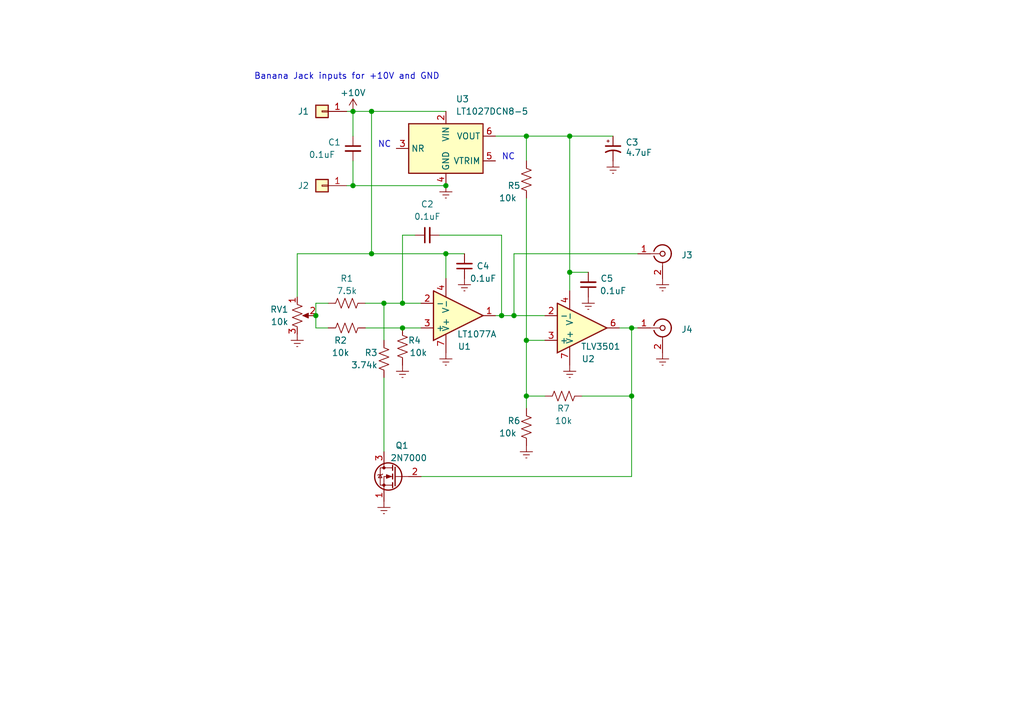
<source format=kicad_sch>
(kicad_sch (version 20211123) (generator eeschema)
  (paper "A5")
  (title_block (title "AOE Precision VCO") (date "2022-06-06") (company "Gempillar LLC"))
  (lib_symbols
    (symbol "Connector:Conn_Coaxial" (pin_names (offset 1.016) hide)
      (property "Reference" "J" (at 0.254 3.048 0))
      (property "Value" "Conn_Coaxial" (at 2.921 0 90))
      (symbol "Conn_Coaxial_0_1"
        (arc (start -1.778 -0.508) (mid 0.2311 -1.8066) (end 1.778 0) (stroke (width 0.254)))
        (polyline (pts (xy -2.54 0) (xy -0.508 0)))
        (polyline (pts (xy 0 -2.54) (xy 0 -1.778)))
        (circle (center 0 0) (radius 0.508) (stroke (width 0.2032)))
        (arc (start 1.778 0) (mid 0.2099 1.8101) (end -1.778 0.508) (stroke (width 0.254)))
      )
      (symbol "Conn_Coaxial_1_1"
        (pin passive line (at -5.08 0 0) (length 2.54) (name "In") (number "1"))
        (pin passive line (at 0 -5.08 90) (length 2.54) (name "Ext") (number "2"))
      )
    )
    (symbol "Connector_Generic:Conn_01x01" (pin_names (offset 1.016) hide)
      (property "Reference" "J" (at 0 2.54 0))
      (property "Value" "Conn_01x01" (at 0 -2.54 0))
      (symbol "Conn_01x01_1_1"
        (rectangle (start -1.27 0.127) (end 0 -0.127) (stroke (width 0.1524)))
        (rectangle (start -1.27 1.27) (end 1.27 -1.27) (stroke (width 0.254)) (fill (type background)))
        (pin passive line (at -5.08 0 0) (length 3.81) (name "Pin_1") (number "1"))
      )
    )
    (symbol "Device:C_Polarized_Small_US" (pin_numbers hide) (pin_names (offset 0.254) hide)
      (property "Reference" "C" (at 0.254 1.778 0))
      (property "Value" "C_Polarized_Small_US" (at 0.254 -2.032 0))
      (symbol "C_Polarized_Small_US_0_1"
        (polyline (pts (xy -1.524 0.508) (xy 1.524 0.508)) (stroke (width 0.3048)))
        (polyline (pts (xy -1.27 1.524) (xy -0.762 1.524)))
        (polyline (pts (xy -1.016 1.27) (xy -1.016 1.778)))
        (arc (start 1.524 -0.762) (mid 0 -0.3734) (end -1.524 -0.762) (stroke (width 0.3048)))
      )
      (symbol "C_Polarized_Small_US_1_1"
        (pin passive line (at 0 2.54 270) (length 2.032) (name "~") (number "1"))
        (pin passive line (at 0 -2.54 90) (length 2.032) (name "~") (number "2"))
      )
    )
    (symbol "Device:C_Small" (pin_numbers hide) (pin_names (offset 0.254) hide)
      (property "Reference" "C" (at 0.254 1.778 0))
      (property "Value" "C_Small" (at 0.254 -2.032 0))
      (symbol "C_Small_0_1"
        (polyline (pts (xy -1.524 -0.508) (xy 1.524 -0.508)) (stroke (width 0.3302)))
        (polyline (pts (xy -1.524 0.508) (xy 1.524 0.508)) (stroke (width 0.3048)))
      )
      (symbol "C_Small_1_1"
        (pin passive line (at 0 2.54 270) (length 2.032) (name "~") (number "1"))
        (pin passive line (at 0 -2.54 90) (length 2.032) (name "~") (number "2"))
      )
    )
    (symbol "Device:R_Potentiometer_US" (pin_names (offset 1.016) hide)
      (property "Reference" "RV" (at -4.445 0 90))
      (property "Value" "R_Potentiometer_US" (at -2.54 0 90))
      (symbol "R_Potentiometer_US_0_1"
        (polyline (pts (xy 0 -2.286) (xy 0 -2.54)))
        (polyline (pts (xy 0 2.54) (xy 0 2.286)))
        (polyline (pts (xy 2.54 0) (xy 1.524 0)))
        (polyline (pts (xy 1.143 0) (xy 2.286 0.508) (xy 2.286 -0.508) (xy 1.143 0)) (fill (type outline)))
        (polyline (pts (xy 0 -0.762) (xy 1.016 -1.143) (xy 0 -1.524) (xy -1.016 -1.905) (xy 0 -2.286)))
        (polyline (pts (xy 0 0.762) (xy 1.016 0.381) (xy 0 0) (xy -1.016 -0.381) (xy 0 -0.762)))
        (polyline (pts (xy 0 2.286) (xy 1.016 1.905) (xy 0 1.524) (xy -1.016 1.143) (xy 0 0.762)))
      )
      (symbol "R_Potentiometer_US_1_1"
        (pin passive line (at 0 3.81 270) (length 1.27) (name "1") (number "1"))
        (pin passive line (at 3.81 0 180) (length 1.27) (name "2") (number "2"))
        (pin passive line (at 0 -3.81 90) (length 1.27) (name "3") (number "3"))
      )
    )
    (symbol "Device:R_US" (pin_numbers hide) (pin_names (offset 0))
      (property "Reference" "R" (at 2.54 0 90))
      (property "Value" "R_US" (at -2.54 0 90))
      (symbol "R_US_0_1"
        (polyline (pts (xy 0 -2.286) (xy 0 -2.54)))
        (polyline (pts (xy 0 2.286) (xy 0 2.54)))
        (polyline (pts (xy 0 -0.762) (xy 1.016 -1.143) (xy 0 -1.524) (xy -1.016 -1.905) (xy 0 -2.286)))
        (polyline (pts (xy 0 0.762) (xy 1.016 0.381) (xy 0 0) (xy -1.016 -0.381) (xy 0 -0.762)))
        (polyline (pts (xy 0 2.286) (xy 1.016 1.905) (xy 0 1.524) (xy -1.016 1.143) (xy 0 0.762)))
      )
      (symbol "R_US_1_1"
        (pin passive line (at 0 3.81 270) (length 1.27) (name "~") (number "1"))
        (pin passive line (at 0 -3.81 90) (length 1.27) (name "~") (number "2"))
      )
    )
    (symbol "New_Library:LT1027DCN8-5"
      (property "Reference" "U" (at 3.81 8.89 0))
      (property "Value" "LT1027DCN8-5" (at 10.16 6.35 0))
      (symbol "LT1027DCN8-5_1_1"
        (rectangle (start -7.62 5.08) (end 7.62 -5.08) (stroke (width 0.254)) (fill (type background)))
        (pin no_connect line (at 7.62 -2.54 180) (length 2.54) hide (name "DNC") (number "1"))
        (pin power_in line (at 0 7.62 270) (length 2.54) (name "VIN") (number "2"))
        (pin input line (at -10.16 0 0) (length 2.54) (name "NR") (number "3"))
        (pin power_in line (at 0 -7.62 90) (length 2.54) (name "GND") (number "4"))
        (pin no_connect line (at -7.62 -2.54 0) (length 2.54) hide (name "DNC") (number "5"))
        (pin power_out line (at 10.16 -2.54 180) (length 2.54) (name "VTRIM") (number "5"))
        (pin power_out line (at 10.16 2.54 180) (length 2.54) (name "VOUT") (number "6"))
        (pin no_connect line (at -7.62 2.54 0) (length 2.54) hide (name "DNC") (number "7"))
        (pin no_connect line (at 7.62 2.54 180) (length 2.54) hide (name "DNC") (number "8"))
      )
    )
    (symbol "New_Library:LT1077A"
      (property "Reference" "U" (at 7.62 6.35 0))
      (property "Value" "LT1077A" (at 7.62 3.81 0))
      (symbol "LT1077A_0_1"
        (polyline (pts (xy -3.81 5.08) (xy 6.35 0) (xy -3.81 -5.08) (xy -3.81 5.08)) (stroke (width 0.254)) (fill (type background)))
        (pin power_in line (at -1.27 -7.62 90) (length 3.81) (name "V-") (number "4"))
        (pin power_in line (at -1.27 7.62 270) (length 3.81) (name "V+") (number "7"))
      )
      (symbol "LT1077A_1_1"
        (pin output line (at 8.89 0 180) (length 2.54) (name "~") (number "1"))
        (pin input line (at -6.35 -2.54 0) (length 2.54) (name "-") (number "2"))
        (pin input line (at -6.35 2.54 0) (length 2.54) (name "+") (number "3"))
      )
    )
    (symbol "New_Library:TLV3501"
      (property "Reference" "U" (at 3.81 6.35 0))
      (property "Value" "TLV3501" (at 6.35 3.81 0))
      (symbol "TLV3501_0_1"
        (polyline (pts (xy -2.54 5.08) (xy 7.62 0) (xy -2.54 -5.08) (xy -2.54 5.08)) (stroke (width 0.254)) (fill (type background)))
        (pin power_in line (at 0 -7.62 90) (length 3.81) (name "V-") (number "4"))
        (pin power_in line (at 0 7.62 270) (length 3.81) (name "V+") (number "7"))
      )
      (symbol "TLV3501_1_1"
        (pin input line (at -5.08 -2.54 0) (length 2.54) (name "-") (number "2"))
        (pin input line (at -5.08 2.54 0) (length 2.54) (name "+") (number "3"))
        (pin output line (at 10.16 0 180) (length 2.54) (name "~") (number "6"))
      )
    )
    (symbol "Transistor_FET:2N7000" (pin_names hide)
      (property "Reference" "Q" (at 5.08 1.905 0))
      (property "Value" "2N7000" (at 5.08 0 0))
      (symbol "2N7000_0_1"
        (polyline (pts (xy 0.254 0) (xy -2.54 0)))
        (polyline (pts (xy 0.254 1.905) (xy 0.254 -1.905)) (stroke (width 0.254)))
        (polyline (pts (xy 0.762 -1.27) (xy 0.762 -2.286)) (stroke (width 0.254)))
        (polyline (pts (xy 0.762 0.508) (xy 0.762 -0.508)) (stroke (width 0.254)))
        (polyline (pts (xy 0.762 2.286) (xy 0.762 1.27)) (stroke (width 0.254)))
        (polyline (pts (xy 2.54 2.54) (xy 2.54 1.778)))
        (polyline (pts (xy 2.54 -2.54) (xy 2.54 0) (xy 0.762 0)))
        (polyline (pts (xy 0.762 -1.778) (xy 3.302 -1.778) (xy 3.302 1.778) (xy 0.762 1.778)))
        (polyline (pts (xy 1.016 0) (xy 2.032 0.381) (xy 2.032 -0.381) (xy 1.016 0)) (fill (type outline)))
        (polyline (pts (xy 2.794 0.508) (xy 2.921 0.381) (xy 3.683 0.381) (xy 3.81 0.254)))
        (polyline (pts (xy 3.302 0.381) (xy 2.921 -0.254) (xy 3.683 -0.254) (xy 3.302 0.381)))
        (circle (center 1.651 0) (radius 2.794) (stroke (width 0.254)))
        (circle (center 2.54 -1.778) (radius 0.254) (fill (type outline)))
        (circle (center 2.54 1.778) (radius 0.254) (fill (type outline)))
      )
      (symbol "2N7000_1_1"
        (pin passive line (at 2.54 -5.08 90) (length 2.54) (name "S") (number "1"))
        (pin input line (at -5.08 0 0) (length 2.54) (name "G") (number "2"))
        (pin passive line (at 2.54 5.08 270) (length 2.54) (name "D") (number "3"))
      )
    )
    (symbol "power:+10V" (power) (pin_names (offset 0))
      (property "Value" "+10V" (at 0 3.556 0))
      (symbol "+10V_0_1"
        (polyline (pts (xy -0.762 1.27) (xy 0 2.54)))
        (polyline (pts (xy 0 0) (xy 0 2.54)))
        (polyline (pts (xy 0 2.54) (xy 0.762 1.27)))
      )
      (symbol "+10V_1_1"
        (pin power_in line (at 0 0 90) (length 0) hide (name "+10V") (number "1"))
      )
    )
    (symbol "power:GNDREF" (power) (pin_names (offset 0))
      (property "Value" "GNDREF" (at 0 -3.81 0))
      (symbol "GNDREF_0_1"
        (polyline (pts (xy -0.635 -1.905) (xy 0.635 -1.905)))
        (polyline (pts (xy -0.127 -2.54) (xy 0.127 -2.54)))
        (polyline (pts (xy 0 -1.27) (xy 0 0)))
        (polyline (pts (xy 1.27 -1.27) (xy -1.27 -1.27)))
      )
      (symbol "GNDREF_1_1"
        (pin power_in line (at 0 0 270) (length 0) hide (name "GNDREF") (number "1"))
      )
    )
  )
  (junction (at 64.77 64.77))
  (junction (at 107.95 81.28))
  (junction (at 102.87 64.77))
  (junction (at 116.84 27.94))
  (junction (at 76.2 52.07))
  (junction (at 91.44 38.1))
  (junction (at 116.84 55.88))
  (junction (at 76.2 22.86))
  (junction (at 91.44 52.07))
  (junction (at 129.54 67.31))
  (junction (at 105.41 64.77))
  (junction (at 72.39 22.86))
  (junction (at 78.74 62.23))
  (junction (at 82.55 62.23))
  (junction (at 82.55 67.31))
  (junction (at 107.95 69.85))
  (junction (at 129.54 81.28))
  (junction (at 107.95 27.94))
  (junction (at 72.39 38.1))
  (wire (pts (xy 116.84 55.88) (xy 120.65 55.88)))
  (wire (pts (xy 60.96 52.07) (xy 60.96 60.96)))
  (wire (pts (xy 91.44 52.07) (xy 95.25 52.07)))
  (wire (pts (xy 74.93 67.31) (xy 82.55 67.31)))
  (wire (pts (xy 111.76 69.85) (xy 107.95 69.85)))
  (wire (pts (xy 129.54 81.28) (xy 129.54 97.79)))
  (wire (pts (xy 105.41 52.07) (xy 105.41 64.77)))
  (wire (pts (xy 60.96 52.07) (xy 76.2 52.07)))
  (wire (pts (xy 72.39 33.02) (xy 72.39 38.1)))
  (wire (pts (xy 91.44 52.07) (xy 91.44 57.15)))
  (wire (pts (xy 105.41 64.77) (xy 111.76 64.77)))
  (wire (pts (xy 72.39 22.86) (xy 76.2 22.86)))
  (wire (pts (xy 64.77 62.23) (xy 64.77 64.77)))
  (wire (pts (xy 129.54 81.28) (xy 119.38 81.28)))
  (wire (pts (xy 116.84 27.94) (xy 116.84 55.88)))
  (wire (pts (xy 102.87 48.26) (xy 102.87 64.77)))
  (wire (pts (xy 116.84 27.94) (xy 125.73 27.94)))
  (wire (pts (xy 82.55 62.23) (xy 86.36 62.23)))
  (wire (pts (xy 105.41 52.07) (xy 130.81 52.07)))
  (wire (pts (xy 72.39 22.86) (xy 72.39 27.94)))
  (wire (pts (xy 107.95 69.85) (xy 107.95 81.28)))
  (wire (pts (xy 78.74 62.23) (xy 82.55 62.23)))
  (wire (pts (xy 91.44 52.07) (xy 76.2 52.07)))
  (wire (pts (xy 129.54 67.31) (xy 130.81 67.31)))
  (wire (pts (xy 76.2 22.86) (xy 76.2 52.07)))
  (wire (pts (xy 129.54 67.31) (xy 129.54 81.28)))
  (wire (pts (xy 74.93 62.23) (xy 78.74 62.23)))
  (wire (pts (xy 116.84 55.88) (xy 116.84 59.69)))
  (wire (pts (xy 72.39 38.1) (xy 91.44 38.1)))
  (wire (pts (xy 76.2 22.86) (xy 91.44 22.86)))
  (wire (pts (xy 107.95 27.94) (xy 107.95 33.02)))
  (wire (pts (xy 78.74 62.23) (xy 78.74 69.85)))
  (wire (pts (xy 111.76 81.28) (xy 107.95 81.28)))
  (wire (pts (xy 82.55 67.31) (xy 86.36 67.31)))
  (wire (pts (xy 72.39 38.1) (xy 71.12 38.1)))
  (wire (pts (xy 72.39 22.86) (xy 71.12 22.86)))
  (wire (pts (xy 82.55 48.26) (xy 82.55 62.23)))
  (wire (pts (xy 101.6 64.77) (xy 102.87 64.77)))
  (wire (pts (xy 101.6 27.94) (xy 107.95 27.94)))
  (wire (pts (xy 64.77 67.31) (xy 64.77 64.77)))
  (wire (pts (xy 107.95 40.64) (xy 107.95 69.85)))
  (wire (pts (xy 127 67.31) (xy 129.54 67.31)))
  (wire (pts (xy 107.95 81.28) (xy 107.95 83.82)))
  (wire (pts (xy 102.87 64.77) (xy 105.41 64.77)))
  (wire (pts (xy 78.74 77.47) (xy 78.74 92.71)))
  (wire (pts (xy 85.09 48.26) (xy 82.55 48.26)))
  (wire (pts (xy 107.95 27.94) (xy 116.84 27.94)))
  (wire (pts (xy 90.17 48.26) (xy 102.87 48.26)))
  (wire (pts (xy 67.31 62.23) (xy 64.77 62.23)))
  (wire (pts (xy 129.54 97.79) (xy 86.36 97.79)))
  (wire (pts (xy 67.31 67.31) (xy 64.77 67.31)))
  (text "NC" (at 77.47 30.48 0) (effects (font (size 1.27 1.27)) (justify left bottom)))
  (text "NC" (at 102.87 33.02 0) (effects (font (size 1.27 1.27)) (justify left bottom)))
  (text "Banana Jack inputs for +10V and GND\n" (at 52.07 16.51 0) (effects (font (size 1.27 1.27)) (justify left bottom)))
  (symbol (lib_id "Device:R_US") (at 115.57 81.28 90) (unit 1)
    (property "Reference" "R7" (at 115.57 83.82 90))
    (property "Value" "10k" (at 115.57 86.36 90))
    (property "Footprint" "Resistor_SMD:R_0805_2012Metric" (effects hide))
  )
  (symbol (lib_id "Device:R_US") (at 78.74 73.66 180) (unit 1)
    (property "Reference" "R3" (at 77.47 72.39 0) (effects (justify left)))
    (property "Value" "3.74k" (at 77.47 74.93 0) (effects (justify left)))
    (property "Footprint" "Resistor_SMD:R_0805_2012Metric" (effects hide))
  )
  (symbol (lib_id "Device:C_Small") (at 72.39 30.48 0) (mirror y) (unit 1)
    (property "Reference" "C1" (at 68.58 29.21 0))
    (property "Value" "0.1uF" (at 66.04 31.75 0))
    (property "Footprint" "Capacitor_SMD:C_0805_2012Metric" (effects hide))
  )
  (symbol (lib_id "Device:R_US") (at 107.95 87.63 0) (unit 1)
    (property "Reference" "R6" (at 105.41 86.36 0))
    (property "Value" "10k" (at 104.14 88.9 0))
    (property "Footprint" "Resistor_SMD:R_0805_2012Metric" (effects hide))
  )
  (symbol (lib_id "power:GNDREF") (at 60.96 68.58 0) (unit 1)
    (property "Reference" "#PWR02" (effects hide))
    (property "Value" "GNDREF" (effects hide))
  )
  (symbol (lib_id "New_Library:TLV3501") (at 116.84 67.31 0) (mirror x) (unit 1)
    (property "Reference" "U2" (at 120.65 73.66 0))
    (property "Value" "TLV3501" (at 123.19 71.12 0))
    (property "Footprint" "Package_SO:SOIC-8_3.9x4.9mm_P1.27mm" (effects hide))
  )
  (symbol (lib_id "power:GNDREF") (at 125.73 33.02 0) (unit 1)
    (property "Reference" "#PWR08" (effects hide))
    (property "Value" "GNDREF" (effects hide))
  )
  (symbol (lib_id "Device:C_Small") (at 120.65 58.42 180) (unit 1)
    (property "Reference" "C5" (at 124.46 57.15 0))
    (property "Value" "0.1uF" (at 125.73 59.69 0))
    (property "Footprint" "Capacitor_SMD:C_0805_2012Metric" (effects hide))
  )
  (symbol (lib_id "Device:R_US") (at 71.12 67.31 90) (unit 1)
    (property "Reference" "R2" (at 69.85 69.85 90))
    (property "Value" "10k" (at 69.85 72.39 90))
    (property "Footprint" "Resistor_SMD:R_0805_2012Metric" (effects hide))
  )
  (symbol (lib_id "Device:R_US") (at 71.12 62.23 90) (unit 1)
    (property "Reference" "R1" (at 71.12 57.15 90))
    (property "Value" "7.5k" (at 71.12 59.69 90))
    (property "Footprint" "Resistor_SMD:R_0805_2012Metric" (effects hide))
  )
  (symbol (lib_id "Device:C_Small") (at 87.63 48.26 90) (unit 1)
    (property "Reference" "C2" (at 87.63 41.91 90))
    (property "Value" "0.1uF" (at 87.63 44.45 90))
    (property "Footprint" "Capacitor_SMD:C_0805_2012Metric" (effects hide))
  )
  (symbol (lib_id "Device:R_US") (at 82.55 71.12 180) (unit 1)
    (property "Reference" "R4" (at 86.36 69.85 0) (effects (justify left)))
    (property "Value" "10k" (at 87.63 72.39 0) (effects (justify left)))
    (property "Footprint" "Resistor_SMD:R_0805_2012Metric" (effects hide))
  )
  (symbol (lib_id "Connector_Generic:Conn_01x01") (at 66.04 22.86 0) (mirror y) (unit 1)
    (property "Reference" "J1" (at 62.23 22.86 0))
    (property "Value" "Conn_01x01" (effects hide))
    (property "Footprint" "Connector_Wire:SolderWire-0.25sqmm_1x01_D0.65mm_OD2mm" (effects hide))
  )
  (symbol (lib_id "New_Library:LT1077A") (at 92.71 64.77 0) (mirror x) (unit 1)
    (property "Reference" "U1" (at 95.25 71.12 0))
    (property "Value" "LT1077A" (at 97.79 68.58 0))
    (property "Footprint" "Package_DIP:DIP-8_W7.62mm" (effects hide))
    (property "Datasheet" "https://www.analog.com/media/en/technical-documentation/data-sheets/1077fa.pdf" (effects hide))
  )
  (symbol (lib_id "power:GNDREF") (at 82.55 74.93 0) (unit 1)
    (property "Reference" "#PWR04" (effects hide))
    (property "Value" "GNDREF" (effects hide))
  )
  (symbol (lib_id "Device:C_Small") (at 95.25 54.61 180) (unit 1)
    (property "Reference" "C4" (at 99.06 54.61 0))
    (property "Value" "0.1uF" (at 99.06 57.15 0))
    (property "Footprint" "Capacitor_SMD:C_0805_2012Metric" (effects hide))
  )
  (symbol (lib_id "power:GNDREF") (at 135.89 72.39 0) (unit 1)
    (property "Reference" "#PWR011" (effects hide))
    (property "Value" "GNDREF" (effects hide))
  )
  (symbol (lib_id "Connector:Conn_Coaxial") (at 135.89 52.07 0) (unit 1)
    (property "Reference" "J3" (at 139.7 52.3631 0) (effects (justify left)))
    (property "Value" "Conn_Coaxial" (effects hide))
    (property "Footprint" "Connector_Wire:SolderWire-0.25sqmm_1x02_P4.5mm_D0.65mm_OD2mm" (effects hide))
    (property "Datasheet" " ~" (effects hide))
  )
  (symbol (lib_id "Connector:Conn_Coaxial") (at 135.89 67.31 0) (unit 1)
    (property "Reference" "J4" (at 139.7 67.6031 0) (effects (justify left)))
    (property "Value" "Conn_Coaxial" (effects hide))
    (property "Footprint" "Connector_Wire:SolderWire-0.25sqmm_1x02_P4.5mm_D0.65mm_OD2mm" (effects hide))
    (property "Datasheet" " ~" (effects hide))
  )
  (symbol (lib_id "Connector_Generic:Conn_01x01") (at 66.04 38.1 0) (mirror y) (unit 1)
    (property "Reference" "J2" (at 62.23 38.1 0))
    (property "Value" "Conn_01x01" (effects hide))
    (property "Footprint" "Connector_Wire:SolderWire-0.25sqmm_1x01_D0.65mm_OD2mm" (effects hide))
  )
  (symbol (lib_id "Transistor_FET:2N7000") (at 81.28 97.79 0) (mirror y) (unit 1)
    (property "Reference" "Q1" (at 83.82 91.44 0) (effects (justify left)))
    (property "Value" "2N7000" (at 87.63 93.98 0) (effects (justify left)))
    (property "Footprint" "Package_TO_SOT_THT:TO-92_Inline" (effects hide))
    (property "Datasheet" "https://www.vishay.com/docs/70226/70226.pdf" (effects hide))
  )
  (symbol (lib_id "power:GNDREF") (at 107.95 91.44 0) (unit 1)
    (property "Reference" "#PWR07" (effects hide))
    (property "Value" "GNDREF" (effects hide))
  )
  (symbol (lib_id "power:+10V") (at 72.39 22.86 0) (unit 1)
    (property "Reference" "#PWR?" (effects hide))
    (property "Value" "+10V" (at 72.39 19.05 0))
  )
  (symbol (lib_id "power:GNDREF") (at 91.44 72.39 0) (unit 1)
    (property "Reference" "#PWR06" (effects hide))
    (property "Value" "GNDREF" (effects hide))
  )
  (symbol (lib_id "power:GNDREF") (at 116.84 74.93 0) (unit 1)
    (property "Reference" "#PWR09" (effects hide))
    (property "Value" "GNDREF" (effects hide))
  )
  (symbol (lib_id "power:GNDREF") (at 78.74 102.87 0) (unit 1)
    (property "Reference" "#PWR03" (effects hide))
    (property "Value" "GNDREF" (effects hide))
  )
  (symbol (lib_id "New_Library:LT1027DCN8-5") (at 91.44 30.48 0) (unit 1)
    (property "Reference" "U3" (at 93.4594 20.32 0) (effects (justify left)))
    (property "Value" "LT1027DCN8-5" (at 93.4594 22.86 0) (effects (justify left)))
    (property "Footprint" "Package_DIP:DIP-8_W7.62mm" (effects hide))
    (property "Datasheet" "https://www.analog.com/media/en/technical-documentation/data-sheets/1027fcs.pdf" (effects hide))
  )
  (symbol (lib_id "Device:C_Polarized_Small_US") (at 125.73 30.48 0) (unit 1)
    (property "Reference" "C3" (at 128.27 29.21 0) (effects (justify left)))
    (property "Value" "4.7uF" (at 128.27 31.3181 0) (effects (justify left)))
    (property "Footprint" "Capacitor_THT:CP_Radial_D5.0mm_P2.50mm" (effects hide))
  )
  (symbol (lib_id "power:GNDREF") (at 135.89 57.15 0) (unit 1)
    (property "Reference" "#PWR010" (effects hide))
    (property "Value" "GNDREF" (effects hide))
  )
  (symbol (lib_id "Device:R_Potentiometer_US") (at 60.96 64.77 0) (unit 1)
    (property "Reference" "RV1" (at 59.182 63.4999 0) (effects (justify right)))
    (property "Value" "10k" (at 59.182 66.0399 0) (effects (justify right)))
    (property "Footprint" "Potentiometer_THT:Potentiometer_Alps_RK163_Single_Horizontal" (effects hide))
  )
  (symbol (lib_id "power:GNDREF") (at 120.65 60.96 0) (unit 1)
    (property "Reference" "#PWR0102" (effects hide))
    (property "Value" "GNDREF" (effects hide))
  )
  (symbol (lib_id "power:GNDREF") (at 91.44 38.1 0) (unit 1)
    (property "Reference" "#PWR05" (effects hide))
    (property "Value" "GNDREF" (effects hide))
  )
  (symbol (lib_id "power:GNDREF") (at 95.25 57.15 0) (unit 1)
    (property "Reference" "#PWR0101" (effects hide))
    (property "Value" "GNDREF" (effects hide))
  )
  (symbol (lib_id "Device:R_US") (at 107.95 36.83 0) (unit 1)
    (property "Reference" "R5" (at 105.41 38.1 0))
    (property "Value" "10k" (at 104.14 40.64 0))
    (property "Footprint" "Resistor_SMD:R_0805_2012Metric" (effects hide))
  )
)
</source>
